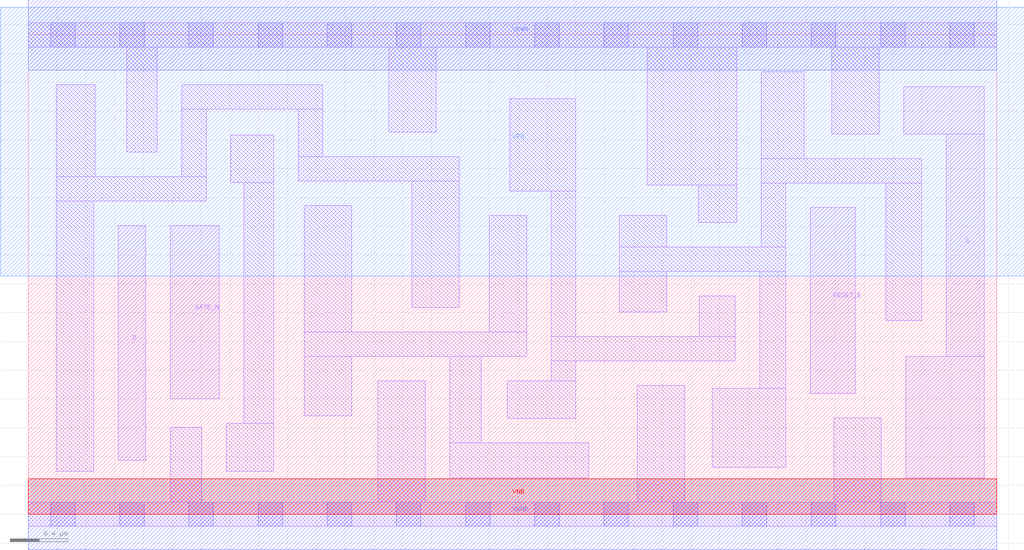
<source format=lef>
# Copyright 2020 The SkyWater PDK Authors
#
# Licensed under the Apache License, Version 2.0 (the "License");
# you may not use this file except in compliance with the License.
# You may obtain a copy of the License at
#
#     https://www.apache.org/licenses/LICENSE-2.0
#
# Unless required by applicable law or agreed to in writing, software
# distributed under the License is distributed on an "AS IS" BASIS,
# WITHOUT WARRANTIES OR CONDITIONS OF ANY KIND, either express or implied.
# See the License for the specific language governing permissions and
# limitations under the License.
#
# SPDX-License-Identifier: Apache-2.0

VERSION 5.7 ;
  NOWIREEXTENSIONATPIN ON ;
  DIVIDERCHAR "/" ;
  BUSBITCHARS "[]" ;
MACRO sky130_fd_sc_lp__dlrtn_1
  CLASS CORE ;
  FOREIGN sky130_fd_sc_lp__dlrtn_1 ;
  ORIGIN  0.000000  0.000000 ;
  SIZE  6.720000 BY  3.330000 ;
  SYMMETRY X Y R90 ;
  SITE unit ;
  PIN D
    ANTENNAGATEAREA  0.159000 ;
    DIRECTION INPUT ;
    USE SIGNAL ;
    PORT
      LAYER li1 ;
        RECT 0.625000 0.375000 0.815000 2.005000 ;
    END
  END D
  PIN Q
    ANTENNADIFFAREA  0.573300 ;
    DIRECTION OUTPUT ;
    USE SIGNAL ;
    PORT
      LAYER li1 ;
        RECT 6.075000 2.640000 6.635000 2.970000 ;
        RECT 6.090000 0.255000 6.635000 1.095000 ;
        RECT 6.370000 1.095000 6.635000 2.640000 ;
    END
  END Q
  PIN RESET_B
    ANTENNAGATEAREA  0.315000 ;
    DIRECTION INPUT ;
    USE SIGNAL ;
    PORT
      LAYER li1 ;
        RECT 5.425000 0.840000 5.740000 2.130000 ;
    END
  END RESET_B
  PIN GATE_N
    ANTENNAGATEAREA  0.159000 ;
    DIRECTION INPUT ;
    USE CLOCK ;
    PORT
      LAYER li1 ;
        RECT 0.985000 0.800000 1.325000 2.005000 ;
    END
  END GATE_N
  PIN VGND
    DIRECTION INOUT ;
    USE GROUND ;
    PORT
      LAYER met1 ;
        RECT 0.000000 -0.245000 6.720000 0.245000 ;
    END
  END VGND
  PIN VNB
    DIRECTION INOUT ;
    USE GROUND ;
    PORT
      LAYER pwell ;
        RECT 0.000000 0.000000 6.720000 0.245000 ;
    END
  END VNB
  PIN VPB
    DIRECTION INOUT ;
    USE POWER ;
    PORT
      LAYER nwell ;
        RECT -0.190000 1.655000 6.910000 3.520000 ;
    END
  END VPB
  PIN VPWR
    DIRECTION INOUT ;
    USE POWER ;
    PORT
      LAYER met1 ;
        RECT 0.000000 3.085000 6.720000 3.575000 ;
    END
  END VPWR
  OBS
    LAYER li1 ;
      RECT 0.000000 -0.085000 6.720000 0.085000 ;
      RECT 0.000000  3.245000 6.720000 3.415000 ;
      RECT 0.195000  0.300000 0.455000 2.175000 ;
      RECT 0.195000  2.175000 1.235000 2.345000 ;
      RECT 0.195000  2.345000 0.465000 2.985000 ;
      RECT 0.685000  2.515000 0.895000 3.245000 ;
      RECT 0.985000  0.085000 1.205000 0.605000 ;
      RECT 1.065000  2.345000 1.235000 2.815000 ;
      RECT 1.065000  2.815000 2.045000 2.985000 ;
      RECT 1.375000  0.300000 1.705000 0.630000 ;
      RECT 1.405000  2.305000 1.705000 2.635000 ;
      RECT 1.495000  0.630000 1.705000 2.305000 ;
      RECT 1.875000  2.315000 2.990000 2.485000 ;
      RECT 1.875000  2.485000 2.045000 2.815000 ;
      RECT 1.915000  0.685000 2.245000 1.095000 ;
      RECT 1.915000  1.095000 3.460000 1.265000 ;
      RECT 1.915000  1.265000 2.245000 2.145000 ;
      RECT 2.425000  0.085000 2.755000 0.925000 ;
      RECT 2.500000  2.655000 2.830000 3.245000 ;
      RECT 2.660000  1.435000 2.990000 2.315000 ;
      RECT 2.925000  0.255000 3.890000 0.495000 ;
      RECT 2.925000  0.495000 3.145000 1.095000 ;
      RECT 3.200000  1.265000 3.460000 2.075000 ;
      RECT 3.325000  0.665000 3.800000 0.925000 ;
      RECT 3.340000  2.245000 3.800000 2.885000 ;
      RECT 3.630000  0.925000 3.800000 1.065000 ;
      RECT 3.630000  1.065000 4.905000 1.235000 ;
      RECT 3.630000  1.235000 3.800000 2.245000 ;
      RECT 4.100000  1.405000 4.430000 1.685000 ;
      RECT 4.100000  1.685000 5.255000 1.855000 ;
      RECT 4.100000  1.855000 4.430000 2.075000 ;
      RECT 4.225000  0.085000 4.555000 0.895000 ;
      RECT 4.295000  2.285000 4.915000 3.245000 ;
      RECT 4.650000  2.025000 4.915000 2.285000 ;
      RECT 4.655000  1.235000 4.905000 1.515000 ;
      RECT 4.745000  0.325000 5.255000 0.875000 ;
      RECT 5.075000  0.875000 5.255000 1.685000 ;
      RECT 5.085000  1.855000 5.255000 2.300000 ;
      RECT 5.085000  2.300000 6.200000 2.470000 ;
      RECT 5.085000  2.470000 5.385000 3.075000 ;
      RECT 5.575000  2.640000 5.905000 3.245000 ;
      RECT 5.590000  0.085000 5.920000 0.670000 ;
      RECT 5.950000  1.345000 6.200000 2.300000 ;
    LAYER mcon ;
      RECT 0.155000 -0.085000 0.325000 0.085000 ;
      RECT 0.155000  3.245000 0.325000 3.415000 ;
      RECT 0.635000 -0.085000 0.805000 0.085000 ;
      RECT 0.635000  3.245000 0.805000 3.415000 ;
      RECT 1.115000 -0.085000 1.285000 0.085000 ;
      RECT 1.115000  3.245000 1.285000 3.415000 ;
      RECT 1.595000 -0.085000 1.765000 0.085000 ;
      RECT 1.595000  3.245000 1.765000 3.415000 ;
      RECT 2.075000 -0.085000 2.245000 0.085000 ;
      RECT 2.075000  3.245000 2.245000 3.415000 ;
      RECT 2.555000 -0.085000 2.725000 0.085000 ;
      RECT 2.555000  3.245000 2.725000 3.415000 ;
      RECT 3.035000 -0.085000 3.205000 0.085000 ;
      RECT 3.035000  3.245000 3.205000 3.415000 ;
      RECT 3.515000 -0.085000 3.685000 0.085000 ;
      RECT 3.515000  3.245000 3.685000 3.415000 ;
      RECT 3.995000 -0.085000 4.165000 0.085000 ;
      RECT 3.995000  3.245000 4.165000 3.415000 ;
      RECT 4.475000 -0.085000 4.645000 0.085000 ;
      RECT 4.475000  3.245000 4.645000 3.415000 ;
      RECT 4.955000 -0.085000 5.125000 0.085000 ;
      RECT 4.955000  3.245000 5.125000 3.415000 ;
      RECT 5.435000 -0.085000 5.605000 0.085000 ;
      RECT 5.435000  3.245000 5.605000 3.415000 ;
      RECT 5.915000 -0.085000 6.085000 0.085000 ;
      RECT 5.915000  3.245000 6.085000 3.415000 ;
      RECT 6.395000 -0.085000 6.565000 0.085000 ;
      RECT 6.395000  3.245000 6.565000 3.415000 ;
  END
END sky130_fd_sc_lp__dlrtn_1
END LIBRARY

</source>
